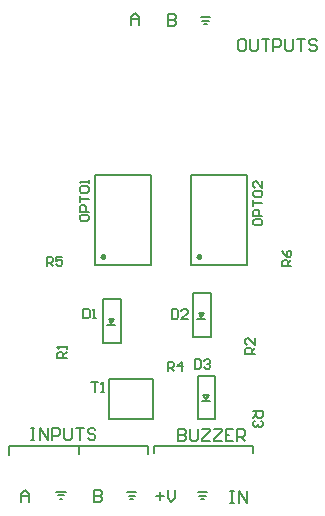
<source format=gto>
%FSTAX36Y36*%
%MOIN*%
%SFA1B1*%

%IPPOS*%
%ADD17C,0.007870*%
%ADD21C,0.010000*%
%ADD22C,0.005000*%
%ADD23C,0.001580*%
%ADD24C,0.005910*%
%LNpcb1-1*%
%LPD*%
G54D17*
X00043701Y-00024055D02*
Y-00021654D01*
X00041653Y-00024094D02*
Y-00021654D01*
X00059504Y-00006732D02*
X0006226D01*
X00060016Y-00004724D02*
X00060831Y-00006278D01*
X00061752Y-00004743*
X00060016Y-00004724D02*
X00061787D01*
X00060843Y-00005236D02*
X00061752Y-00004743D01*
X00063992Y-00012638D02*
Y00001732D01*
X00058165Y-00012638D02*
X00063992D01*
X00058165Y00001732D02*
X00063992D01*
X00058165Y-00012638D02*
Y00001732D01*
X00018465Y-00024331D02*
Y-00021929D01*
X00043319Y-00012459D02*
Y0000073D01*
X00028713D02*
X00043319D01*
X00028713Y-00012459D02*
Y0000073D01*
Y-00012459D02*
X0004328D01*
X00027959Y00018781D02*
X00030715D01*
X00028471Y00020788D02*
X00029286Y00019235D01*
X00030207Y0002077*
X00028471Y00020788D02*
X00030242D01*
X00029297Y00020277D02*
X00030207Y0002077D01*
X00032447Y00012875D02*
Y00027245D01*
X0002662Y00012875D02*
X00032447D01*
X0002662Y00027245D02*
X00032447D01*
X0002662Y00012875D02*
Y00027245D01*
X00057959Y00020781D02*
X00060715D01*
X00058471Y00022788D02*
X00059286Y00021235D01*
X00060207Y0002277*
X00058471Y00022788D02*
X00060242D01*
X00059297Y00022277D02*
X00060207Y0002277D01*
X00062447Y00014875D02*
Y00029245D01*
X0005662Y00014875D02*
X00062447D01*
X0005662Y00029245D02*
X00062447D01*
X0005662Y00014875D02*
Y00029245D01*
X-00004803Y-00024488D02*
Y-00021654D01*
X00041653*
X00043701D02*
X00076653D01*
Y-00023937D02*
Y-00021654D01*
X00059213Y00121339D02*
X00062244D01*
X00059646Y00120158D02*
X00061732D01*
X00060236Y00119016D02*
X00061102D01*
X00011037Y-00036772D02*
X00014068D01*
X0001147Y-00037953D02*
X00013556D01*
X0001206Y-00039094D02*
X00012927D01*
X00035669Y-00039291D02*
X00036535D01*
X00035079Y-0003815D02*
X00037165D01*
X00034646Y-00036968D02*
X00037677D01*
X00058228Y-00036929D02*
X0006126D01*
X00058661Y-0003811D02*
X00060748D01*
X00059252Y-00039252D02*
X00060118D01*
X00035945Y00118661D02*
Y00121285D01*
X00037257Y00122597*
X00038569Y00121285*
Y00118661*
Y00120629*
X00035945*
X0004815Y0012244D02*
Y00118504D01*
X00050117*
X00050773Y0011916*
Y00119816*
X00050117Y00120472*
X0004815*
X00050117*
X00050773Y00121128*
Y00121784*
X00050117Y0012244*
X0004815*
X00044134Y-00038386D02*
X00046758D01*
X00045446Y-00037075D02*
Y-00039698D01*
X0004807Y-00036419D02*
Y-00039042D01*
X00049382Y-00040354*
X00050693Y-00039042*
Y-00036419*
X0006874Y-00036497D02*
X00070052D01*
X00069396*
Y-00040433*
X0006874*
X00070052*
X0007202D02*
Y-00036497D01*
X00074644Y-00040433*
Y-00036497*
X00023583Y-00036419D02*
Y-00040354D01*
X0002555*
X00026206Y-00039698*
Y-00039042*
X0002555Y-00038386*
X00023583*
X0002555*
X00026206Y-00037731*
Y-00037075*
X0002555Y-00036419*
X00023583*
X-0000063Y-00040197D02*
Y-00037573D01*
X00000682Y-00036261*
X00001994Y-00037573*
Y-00040197*
Y-00038229*
X-0000063*
X00051653Y-00015828D02*
Y-00019764D01*
X00053621*
X00054277Y-00019108*
Y-00018452*
X00053621Y-00017796*
X00051653*
X00053621*
X00054277Y-0001714*
Y-00016484*
X00053621Y-00015828*
X00051653*
X00055589D02*
Y-00019108D01*
X00056245Y-00019764*
X00057557*
X00058213Y-00019108*
Y-00015828*
X00059525D02*
X00062149D01*
Y-00016484*
X00059525Y-00019108*
Y-00019764*
X00062149*
X00063461Y-00015828D02*
X00066085D01*
Y-00016484*
X00063461Y-00019108*
Y-00019764*
X00066085*
X0007002Y-00015828D02*
X00067396D01*
Y-00019764*
X0007002*
X00067396Y-00017796D02*
X00068708D01*
X00071332Y-00019764D02*
Y-00015828D01*
X000733*
X00073956Y-00016484*
Y-00017796*
X000733Y-00018452*
X00071332*
X00072644D02*
X00073956Y-00019764D01*
X00002398Y-00015496D02*
X0000371D01*
X00003054*
Y-00019432*
X00002398*
X0000371*
X00005678D02*
Y-00015496D01*
X00008302Y-00019432*
Y-00015496*
X00009613Y-00019432D02*
Y-00015496D01*
X00011581*
X00012237Y-00016152*
Y-00017464*
X00011581Y-0001812*
X00009613*
X00013549Y-00015496D02*
Y-00018776D01*
X00014205Y-00019432*
X00015517*
X00016173Y-00018776*
Y-00015496*
X00017485D02*
X00020109D01*
X00018797*
Y-00019432*
X00024044Y-00016152D02*
X00023389Y-00015496D01*
X00022077*
X00021421Y-00016152*
Y-00016808*
X00022077Y-00017464*
X00023389*
X00024044Y-0001812*
Y-00018776*
X00023389Y-00019432*
X00022077*
X00021421Y-00018776*
X00073503Y00114054D02*
X00072191D01*
X00071535Y00113398*
Y00110774*
X00072191Y00110118*
X00073503*
X00074159Y00110774*
Y00113398*
X00073503Y00114054*
X00075471D02*
Y00110774D01*
X00076127Y00110118*
X00077439*
X00078095Y00110774*
Y00114054*
X00079407D02*
X00082031D01*
X00080719*
Y00110118*
X00083343D02*
Y00114054D01*
X00085311*
X00085966Y00113398*
Y00112086*
X00085311Y0011143*
X00083343*
X00087278Y00114054D02*
Y00110774D01*
X00087934Y00110118*
X00089246*
X00089902Y00110774*
Y00114054*
X00091214D02*
X00093838D01*
X00092526*
Y00110118*
X00097774Y00113398D02*
X00097118Y00114054D01*
X00095806*
X0009515Y00113398*
Y00112742*
X00095806Y00112086*
X00097118*
X00097774Y0011143*
Y00110774*
X00097118Y00110118*
X00095806*
X0009515Y00110774*
G54D21*
X00027033Y00041462D02*
D01*
X000270317Y000414968*
X000270281Y000415315*
X00027022Y000415659*
X000270136Y000415998*
X000270028Y00041633*
X000269897Y000416653*
X000269744Y000416967*
X00026957Y000417269*
X000269375Y000417558*
X00026916Y000417833*
X000268926Y000418093*
X000268675Y000418335*
X000268408Y00041856*
X000268125Y000418765*
X00026783Y00041895*
X000267521Y000419113*
X000267203Y000419255*
X000266875Y000419375*
X000266539Y000419471*
X000266198Y000419544*
X000265852Y000419592*
X000265504Y000419616*
X000265155*
X000264807Y000419592*
X000264461Y000419544*
X00026412Y000419471*
X000263784Y000419375*
X000263456Y000419255*
X000263138Y000419113*
X00026283Y00041895*
X000262534Y000418765*
X000262251Y00041856*
X000261984Y000418335*
X000261733Y000418093*
X000261499Y000417833*
X000261284Y000417558*
X000261089Y000417269*
X000260915Y000416967*
X000260762Y000416653*
X000260631Y00041633*
X000260523Y000415998*
X000260439Y000415659*
X000260378Y000415315*
X000260342Y000414968*
X00026033Y00041462*
X000260342Y000414271*
X000260378Y000413924*
X000260439Y00041358*
X000260523Y000413241*
X000260631Y000412909*
X000260762Y000412586*
X000260915Y000412272*
X000261089Y00041197*
X000261284Y000411681*
X000261499Y000411406*
X000261733Y000411146*
X000261984Y000410904*
X000262251Y000410679*
X000262534Y000410474*
X00026283Y000410289*
X000263138Y000410126*
X000263456Y000409984*
X000263784Y000409864*
X00026412Y000409768*
X000264461Y000409695*
X000264807Y000409647*
X000265155Y000409623*
X000265504*
X000265852Y000409647*
X000266198Y000409695*
X000266539Y000409768*
X000266875Y000409864*
X000267203Y000409984*
X000267521Y000410126*
X00026783Y000410289*
X000268125Y000410474*
X000268408Y000410679*
X000268675Y000410904*
X000268926Y000411146*
X00026916Y000411406*
X000269375Y000411681*
X00026957Y00041197*
X000269744Y000412272*
X000269897Y000412586*
X000270028Y000412909*
X000270136Y000413241*
X00027022Y00041358*
X000270281Y000413924*
X000270317Y000414271*
X00027033Y00041462*
X00059034D02*
D01*
X000590327Y000414968*
X000590291Y000415315*
X00059023Y000415659*
X000590146Y000415998*
X000590038Y00041633*
X000589907Y000416653*
X000589754Y000416967*
X00058958Y000417269*
X000589385Y000417558*
X00058917Y000417833*
X000588936Y000418093*
X000588685Y000418335*
X000588418Y00041856*
X000588135Y000418765*
X00058784Y00041895*
X000587531Y000419113*
X000587213Y000419255*
X000586885Y000419375*
X000586549Y000419471*
X000586208Y000419544*
X000585862Y000419592*
X000585514Y000419616*
X000585165*
X000584817Y000419592*
X000584471Y000419544*
X00058413Y000419471*
X000583794Y000419375*
X000583466Y000419255*
X000583148Y000419113*
X00058284Y00041895*
X000582544Y000418765*
X000582261Y00041856*
X000581994Y000418335*
X000581743Y000418093*
X000581509Y000417833*
X000581294Y000417558*
X000581099Y000417269*
X000580925Y000416967*
X000580772Y000416653*
X000580641Y00041633*
X000580533Y000415998*
X000580449Y000415659*
X000580388Y000415315*
X000580352Y000414968*
X00058034Y00041462*
X000580352Y000414271*
X000580388Y000413924*
X000580449Y00041358*
X000580533Y000413241*
X000580641Y000412909*
X000580772Y000412586*
X000580925Y000412272*
X000581099Y00041197*
X000581294Y000411681*
X000581509Y000411406*
X000581743Y000411146*
X000581994Y000410904*
X000582261Y000410679*
X000582544Y000410474*
X00058284Y000410289*
X000583148Y000410126*
X000583466Y000409984*
X000583794Y000409864*
X00058413Y000409768*
X000584471Y000409695*
X000584817Y000409647*
X000585165Y000409623*
X000585514*
X000585862Y000409647*
X000586208Y000409695*
X000586549Y000409768*
X000586885Y000409864*
X000587213Y000409984*
X000587531Y000410126*
X00058784Y000410289*
X000588135Y000410474*
X000588418Y000410679*
X000588685Y000410904*
X000588936Y000411146*
X00058917Y000411406*
X000589385Y000411681*
X00058958Y00041197*
X000589754Y000412272*
X000589907Y000412586*
X000590038Y000412909*
X000590146Y000413241*
X00059023Y00041358*
X000590291Y000413924*
X000590327Y000414271*
X00059034Y00041462*
G54D22*
X00024034Y00038745D02*
X00042533D01*
Y00068745*
X00024034Y00038745D02*
Y00068745D01*
X00042533*
X00056033Y00038745D02*
X00074533D01*
Y00068745*
X00056033Y00038745D02*
Y00068745D01*
X00074533*
G54D23*
X00024034Y00046245D02*
Y00057745D01*
X00056033Y00046245D02*
Y00057745D01*
G54D24*
X00057087Y00007282D02*
Y00004134D01*
X00058661*
X00059186Y00004659*
Y00006758*
X00058661Y00007282*
X00057087*
X00060235Y00006758D02*
X0006076Y00007282D01*
X00061809*
X00062334Y00006758*
Y00006233*
X00061809Y00005708*
X00061285*
X00061809*
X00062334Y00005183*
Y00004659*
X00061809Y00004134*
X0006076*
X00060235Y00004659*
X0008937Y00038268D02*
X00086221D01*
Y00039842*
X00086746Y00040367*
X00087796*
X00088321Y00039842*
Y00038268*
Y00039317D02*
X0008937Y00040367D01*
X00086221Y00043515D02*
X00086746Y00042466D01*
X00087796Y00041416*
X00088845*
X0008937Y00041941*
Y00042991*
X00088845Y00043515*
X00088321*
X00087796Y00042991*
Y00041416*
X00007795Y00038425D02*
Y00041574D01*
X0000937*
X00009894Y00041049*
Y00039999*
X0000937Y00039475*
X00007795*
X00008845D02*
X00009894Y00038425D01*
X00013043Y00041574D02*
X00010944D01*
Y00039999*
X00011993Y00040524*
X00012518*
X00013043Y00039999*
Y0003895*
X00012518Y00038425*
X00011469*
X00010944Y0003895*
X00022716Y-00000395D02*
X00024816D01*
X00023766*
Y-00003543*
X00025865D02*
X00026915D01*
X0002639*
Y-00000395*
X00025865Y-00000919*
X00048071Y00003347D02*
Y00006495D01*
X00049645*
X0005017Y0000597*
Y00004921*
X00049645Y00004396*
X00048071*
X0004912D02*
X0005017Y00003347D01*
X00052794D02*
Y00006495D01*
X00051219Y00004921*
X00053319*
X00076593Y-0001002D02*
X00079742D01*
Y-00011594*
X00079217Y-00012119*
X00078167*
X00077643Y-00011594*
Y-0001002*
Y-00011069D02*
X00076593Y-00012119D01*
X00079217Y-00013168D02*
X00079742Y-00013693D01*
Y-00014742*
X00079217Y-00015267*
X00078692*
X00078167Y-00014742*
Y-00014218*
Y-00014742*
X00077643Y-00015267*
X00077118*
X00076593Y-00014742*
Y-00013693*
X00077118Y-00013168*
X00077126Y00009055D02*
X00073977D01*
Y00010629*
X00074502Y00011154*
X00075552*
X00076077Y00010629*
Y00009055*
Y00010105D02*
X00077126Y00011154D01*
Y00014303D02*
Y00012204D01*
X00075027Y00014303*
X00074502*
X00073977Y00013778*
Y00012729*
X00074502Y00012204*
X00014423Y00007667D02*
X00011274D01*
Y00009241*
X00011799Y00009766*
X00012848*
X00013373Y00009241*
Y00007667*
Y00008716D02*
X00014423Y00009766D01*
Y00010815D02*
Y00011865D01*
Y0001134*
X00011274*
X00011799Y00010815*
X00076537Y00053543D02*
Y00052493D01*
X00077061Y00051968*
X0007916*
X00079685Y00052493*
Y00053543*
X0007916Y00054068*
X00077061*
X00076537Y00053543*
X00079685Y00055117D02*
X00076537D01*
Y00056691*
X00077061Y00057216*
X00078111*
X00078636Y00056691*
Y00055117*
X00076537Y00058266D02*
Y00060365D01*
Y00059315*
X00079685*
X00076537Y00062989D02*
Y00061939D01*
X00077061Y00061414*
X0007916*
X00079685Y00061939*
Y00062989*
X0007916Y00063513*
X00077061*
X00076537Y00062989*
X00079685Y00066662D02*
Y00064563D01*
X00077586Y00066662*
X00077061*
X00076537Y00066137*
Y00065088*
X00077061Y00064563*
X00018741Y0005496D02*
Y00053911D01*
X00019266Y00053386*
X00021365*
X0002189Y00053911*
Y0005496*
X00021365Y00055485*
X00019266*
X00018741Y0005496*
X0002189Y00056534D02*
X00018741D01*
Y00058109*
X00019266Y00058634*
X00020315*
X0002084Y00058109*
Y00056534*
X00018741Y00059683D02*
Y00061782D01*
Y00060733*
X0002189*
X00018741Y00064406D02*
Y00063356D01*
X00019266Y00062832*
X00021365*
X0002189Y00063356*
Y00064406*
X00021365Y00064931*
X00019266*
X00018741Y00064406*
X0002189Y0006598D02*
Y0006703D01*
Y00066505*
X00018741*
X00019266Y0006598*
X00049567Y00023936D02*
Y00020787D01*
X00051141*
X00051666Y00021312*
Y00023411*
X00051141Y00023936*
X00049567*
X00054815Y00020787D02*
X00052715D01*
X00054815Y00022886*
Y00023411*
X0005429Y00023936*
X0005324*
X00052715Y00023411*
X00019961Y00024133D02*
Y00020984D01*
X00021535*
X0002206Y00021509*
Y00023608*
X00021535Y00024133*
X00019961*
X00023109Y00020984D02*
X00024159D01*
X00023634*
Y00024133*
X00023109Y00023608*
M02*
</source>
